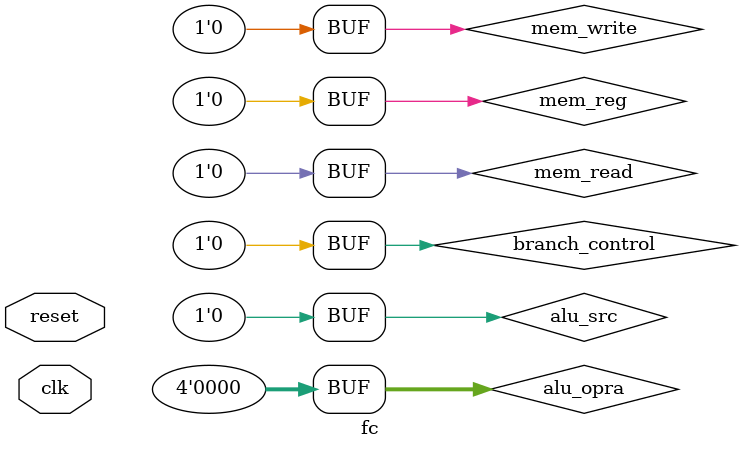
<source format=sv>
module fc #(parameter n = 32) (
    input logic clk,               // Clock input
    input logic reset             // Reset input
   
);

    // Internal signals for each stage
    logic [n-1:0] pc_imm, pc_4;
    logic [n-1:0] instr, rdata1, rdata2, immfinal;
    logic [n-1:0] alu_out, data_out, wr_data;
    logic [3:0] alu_opra;           // ALU operation code
    logic alu_src, mem_read, mem_write, mem_reg, branch_control, write_enable; // Control signals
    logic [2:0] func3;              // Function code 3
    logic [6:0] func7;              // Function code 7

    // Instruction Fetch Stage (IF)
    IF #(.n(n)) if_stage (
        .clk(clk),
        .reset(reset),
        //.pc_imm(pc_imm),
        .s(branch_control),         // Branch control signal
        .instr(instr),
        .pc_next(pc_4)              // Next PC after increment
	 );

    // Instruction Decode Stage (ID)
    ID #(.n(n)) id_stage (
        .reset(reset),
		   // Connect the output of wb_stage as input  
    .write_enable(1'b1), // Control signal for writing  
        .wr_data(wr_data),
        .instr(instr),
        .func3(func3),               // Connect function code 3
        .func7(func7),               // Connect function code 7
        .rdata1(rdata1),             // Register data output 1 (32 bits)
        .rdata2(rdata2),             // Register data output 2 (32 bits)
        .immfinal(immfinal)          // Sign-extended immediate value
    );

    // Execute Stage (EX)
    EX EX (
        .rs1(rdata1),                // 32-bit data from register file for rs1
        .rs2(rdata2),                // 32-bit data from register file for rs2
        .immfinal(immfinal),
        .alu_src(alu_src),           // ALU source selection
        .alu_op(alu_opra),           // ALU operation code
        .branch(branch_control),     // Branch signal
        .alu_out(alu_out),
        .and_out(branch_control)     // Branch condition output
    );

    // Data Memory Access Stage (MA)
    ma #(.n(n)) ma_stage (
        .alu_out(alu_out),
        .data_in(rdata2),
        .mem_read(mem_read),
        .mem_write(mem_write),
        .data_out(data_out)
    );

   
	 // Assuming the instance names from the diagram remain the same  
	wb #(.n(n)) wb_stage (  
    .alu_out(alu_out),  
    .data_in(data_out),  
    .mem_reg(mem_reg),  
    .wr_data(wr_data)   // Direct connection to next stage  
);  


    // Program Counter Update Logic
    always_comb begin
        // Default control signals
        mem_read = 0;
        mem_write = 0;
        mem_reg = 0;
        alu_src = 0;
        branch_control = 0;          // Branch control internal signal
        alu_opra = 4'b0000;          // Default ALU operation code
    end

endmodule

</source>
